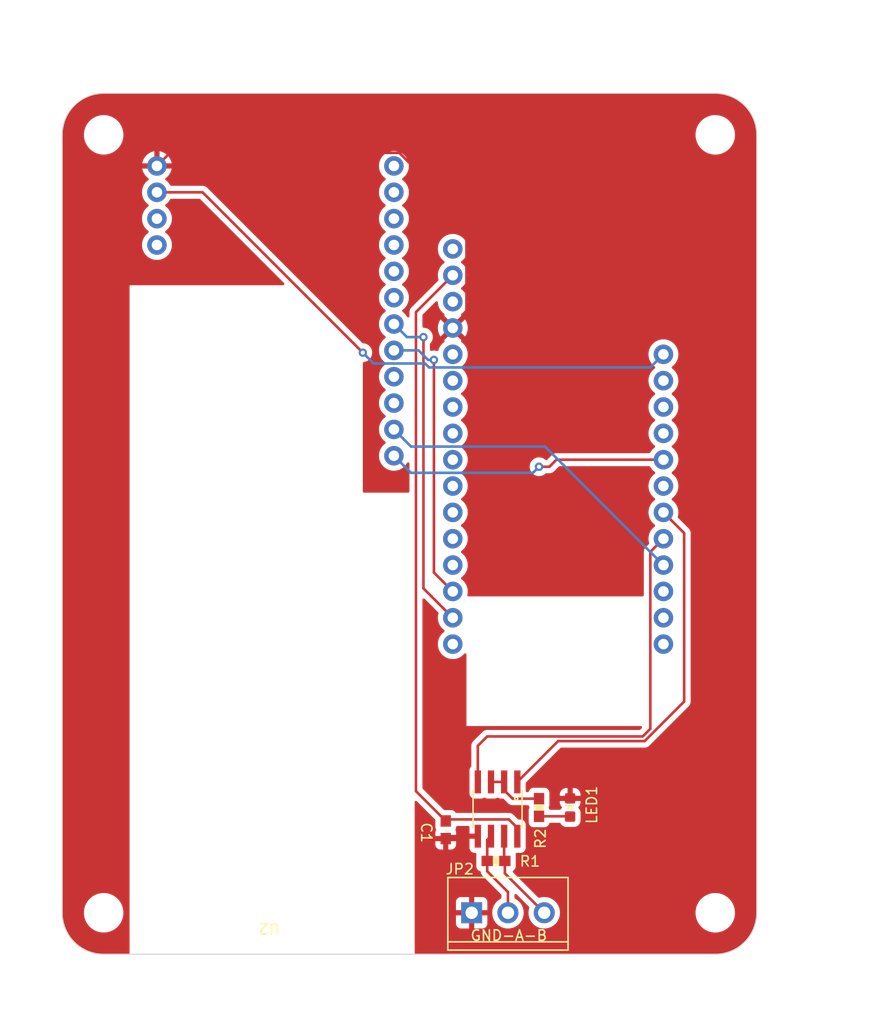
<source format=kicad_pcb>
(kicad_pcb (version 20240108) (generator "pcbnew") (generator_version "8.0")
  (layers (0 "F.Cu" signal) (31 "B.Cu" signal) (34 "B.Paste" user) (35 "F.Paste" user) (36 "B.SilkS" user "B.Silkscreen") (37 "F.SilkS" user "F.Silkscreen") (38 "B.Mask" user) (39 "F.Mask" user) (44 "Edge.Cuts" user))
  (net 0 "")
  (net 29 "GND")
  (net 30 "/B")
  (net 31 "/A")
  (net 32 "/RTS")
  (net 33 "/RX-I")
  (net 34 "/TX-O")
  (net 35 "Net-(LED1-PadA)")
  (net 37 "+3.3V")
  (net 38 "RX")
  (net 39 "VBATT")
  (net 40 "TX")
  (net 41 "RST_LTE")
  (net 42 "ON_LTE")
  (footprint "SparkFun-Hardware:Standoff" (layer "F.Cu") (at 199 148)
    (property "Reference" "H1")
    (property "Value" "MountingHole")
    (pad "" np_thru_hole circle (at 0 0) (size 3.302 3.302) (drill 3.302) (layers "F&B.Cu" "*.Mask"))
  )
  (footprint "SparkFun-Hardware:Standoff" (layer "F.Cu") (at 140 148)
    (property "Reference" "H2")
    (property "Value" "MountingHole")
    (pad "" np_thru_hole circle (at 0 0) (size 3.302 3.302) (drill 3.302) (layers "F&B.Cu" "*.Mask"))
  )
  (footprint "RS485_Breakout_v10:0603-RES" (layer "F.Cu") (at 182 137.85 90)
    (property "Reference" "R2" (at -4.075 0.725 90) (layer "F.SilkS") (effects (justify left bottom)))
    (property "Value" "330")
    (fp_poly (pts (xy -0.2286 0.381) (xy 0.2286 0.381) (xy 0.2286 -0.381) (xy -0.2286 -0.381)) (stroke (width 0.15)) (fill solid) (layer "F.SilkS"))
    (pad "1" smd rect (at -0.85 0 90) (size 1.1 1) (layers "F.Cu" "F.Paste" "F.Mask") (net 35 "Net-(LED1-PadA)"))
    (pad "2" smd rect (at 0.85 0 90) (size 1.1 1) (layers "F.Cu" "F.Paste" "F.Mask") (net 32 "/RTS"))
  )
  (footprint "SparkFun-Hardware:Standoff" (layer "F.Cu") (at 199 73)
    (property "Reference" "H3")
    (property "Value" "MountingHole")
    (pad "" np_thru_hole circle (at 0 0) (size 3.302 3.302) (drill 3.302) (layers "F&B.Cu" "*.Mask"))
  )
  (footprint "RS485_Breakout_v10:0603-RES" (layer "F.Cu") (at 177.85 143)
    (property "Reference" "R1" (at 2.2 0.625 0) (layer "F.SilkS") (effects (justify left bottom)))
    (property "Value" "220")
    (fp_poly (pts (xy -0.2286 0.381) (xy 0.2286 0.381) (xy 0.2286 -0.381) (xy -0.2286 -0.381)) (stroke (width 0.15)) (fill solid) (layer "F.SilkS"))
    (pad "1" smd rect (at -0.85 0) (size 1.1 1) (layers "F.Cu" "F.Paste" "F.Mask") (net 31 "/A"))
    (pad "2" smd rect (at 0.85 0) (size 1.1 1) (layers "F.Cu" "F.Paste" "F.Mask") (net 30 "/B"))
  )
  (footprint "SparkFun-Hardware:Standoff" (layer "F.Cu") (at 140 73)
    (property "Reference" "H4")
    (property "Value" "MountingHole")
    (pad "" np_thru_hole circle (at 0 0) (size 3.302 3.302) (drill 3.302) (layers "F&B.Cu" "*.Mask"))
  )
  (footprint "custom_footprints:SparkFun_LTE_Stick" (layer "F.Cu") (at 157.7711 158.4611 180)
    (property "Reference" "U2" (at 1.7711 8.9611 180) (layer "F.SilkS"))
    (property "Value" "SparlFun_LTE_Stick")
    (pad "1_1" thru_hole circle (at -10.2289 82.4611) (size 1.8796 1.8796) (drill 1.016) (layers "*.Cu" "*.Mask"))
    (pad "1_2" thru_hole circle (at -10.2289 79.9211) (size 1.8796 1.8796) (drill 1.016) (layers "*.Cu" "*.Mask"))
    (pad "1_3" thru_hole circle (at -10.2289 77.3811) (size 1.8796 1.8796) (drill 1.016) (layers "*.Cu" "*.Mask"))
    (pad "1_4" thru_hole circle (at -10.2289 74.8411) (size 1.8796 1.8796) (drill 1.016) (layers "*.Cu" "*.Mask"))
    (pad "1_5" thru_hole circle (at -10.2289 72.3011) (size 1.8796 1.8796) (drill 1.016) (layers "*.Cu" "*.Mask"))
    (pad "1_6" thru_hole circle (at -10.2289 69.7611) (size 1.8796 1.8796) (drill 1.016) (layers "*.Cu" "*.Mask"))
    (pad "1_7" thru_hole circle (at -10.2289 67.2211) (size 1.8796 1.8796) (drill 1.016) (layers "*.Cu" "*.Mask") (net 38 "RX"))
    (pad "1_8" thru_hole circle (at -10.2289 64.6811) (size 1.8796 1.8796) (drill 1.016) (layers "*.Cu" "*.Mask") (net 40 "TX"))
    (pad "1_9" thru_hole circle (at -10.2289 62.1411) (size 1.8796 1.8796) (drill 1.016) (layers "*.Cu" "*.Mask"))
    (pad "1_10" thru_hole circle (at -10.2289 59.6011) (size 1.8796 1.8796) (drill 1.016) (layers "*.Cu" "*.Mask"))
    (pad "1_11" thru_hole circle (at -10.2289 57.0611) (size 1.8796 1.8796) (drill 1.016) (layers "*.Cu" "*.Mask") (net 41 "RST_LTE"))
    (pad "1_12" thru_hole circle (at -10.2289 54.5211) (size 1.8796 1.8796) (drill 1.016) (layers "*.Cu" "*.Mask") (net 42 "ON_LTE"))
    (pad "2_1" thru_hole circle (at 12.6311 82.4611) (size 1.8796 1.8796) (drill 1.016) (layers "*.Cu" "*.Mask") (net 29 "GND"))
    (pad "2_2" thru_hole circle (at 12.6311 79.9211) (size 1.8796 1.8796) (drill 1.016) (layers "*.Cu" "*.Mask") (net 39 "VBATT"))
    (pad "2_3" thru_hole circle (at 12.6311 77.3811) (size 1.8796 1.8796) (drill 1.016) (layers "*.Cu" "*.Mask"))
    (pad "2_4" thru_hole circle (at 12.6311 74.8411) (size 1.8796 1.8796) (drill 1.016) (layers "*.Cu" "*.Mask"))
  )
  (footprint "RS485_Breakout_v10:0603-CAP" (layer "F.Cu") (at 173 140 -90)
    (property "Reference" "C1" (at -0.8 2.45 -90) (layer "F.SilkS") (effects (justify left bottom)))
    (property "Value" "0.1uF")
    (fp_line (start 0 -0.0305) (end 0 0.0305) (stroke (width 0.15)) (layer "F.SilkS"))
    (pad "1" smd rect (at -0.85 0 270) (size 1.1 1) (layers "F.Cu" "F.Paste" "F.Mask") (net 37 "+3.3V"))
    (pad "2" smd rect (at 0.85 0 270) (size 1.1 1) (layers "F.Cu" "F.Paste" "F.Mask") (net 29 "GND"))
  )
  (footprint "RS485_Breakout_v10:SCREWTERMINAL-3.5MM-3" (layer "F.Cu") (at 175.5 148)
    (property "Reference" "JP2" (at -2.6 -3.625 0) (layer "F.SilkS") (effects (justify left bottom)))
    (property "Value" "M03SCREW")
    (fp_line (start -2.3 -3.4) (end 9.3 -3.4) (stroke (width 0.15)) (layer "F.SilkS"))
    (fp_line (start -2.3 2.8) (end -2.3 -3.4) (stroke (width 0.15)) (layer "F.SilkS"))
    (fp_line (start -2.3 3.6) (end -2.3 2.8) (stroke (width 0.15)) (layer "F.SilkS"))
    (fp_line (start 9.3 -3.4) (end 9.3 2.8) (stroke (width 0.15)) (layer "F.SilkS"))
    (fp_line (start 9.3 2.8) (end -2.3 2.8) (stroke (width 0.15)) (layer "F.SilkS"))
    (fp_line (start 9.3 2.8) (end 9.3 3.6) (stroke (width 0.15)) (layer "F.SilkS"))
    (fp_line (start 9.3 3.6) (end -2.3 3.6) (stroke (width 0.15)) (layer "F.SilkS"))
    (pad "1" thru_hole rect (at 0 0) (size 2.032 2.032) (drill 1.2) (layers "*.Cu" "*.Mask") (net 29 "GND"))
    (pad "2" thru_hole circle (at 3.5 0) (size 2.032 2.032) (drill 1.2) (layers "*.Cu" "*.Mask") (net 31 "/A"))
    (pad "3" thru_hole circle (at 7 0) (size 2.032 2.032) (drill 1.2) (layers "*.Cu" "*.Mask") (net 30 "/B"))
  )
  (footprint "SparkFun-Board:ThingPlus_With_Connectors" (layer "F.Cu") (at 183.84 99.24 180)
    (property "Reference" "U1")
    (property "Value" "ThingPlus")
    (pad "1" thru_hole circle (at -10.16 -22.86 180) (size 1.8796 1.8796) (drill 1.016) (layers "*.Cu" "*.Mask"))
    (pad "2" thru_hole circle (at -10.16 -20.32 180) (size 1.8796 1.8796) (drill 1.016) (layers "*.Cu" "*.Mask"))
    (pad "3" thru_hole circle (at -10.16 -17.78 180) (size 1.8796 1.8796) (drill 1.016) (layers "*.Cu" "*.Mask"))
    (pad "4" thru_hole circle (at -10.16 -15.24 180) (size 1.8796 1.8796) (drill 1.016) (layers "*.Cu" "*.Mask") (net 41 "RST_LTE"))
    (pad "5" thru_hole circle (at -10.16 -12.7 180) (size 1.8796 1.8796) (drill 1.016) (layers "*.Cu" "*.Mask") (net 33 "/RX-I"))
    (pad "6" thru_hole circle (at -10.16 -10.16 180) (size 1.8796 1.8796) (drill 1.016) (layers "*.Cu" "*.Mask") (net 34 "/TX-O"))
    (pad "7" thru_hole circle (at -10.16 -7.62 180) (size 1.8796 1.8796) (drill 1.016) (layers "*.Cu" "*.Mask"))
    (pad "8" thru_hole circle (at -10.16 -5.08 180) (size 1.8796 1.8796) (drill 1.016) (layers "*.Cu" "*.Mask") (net 42 "ON_LTE"))
    (pad "9" thru_hole circle (at -10.16 -2.54 180) (size 1.8796 1.8796) (drill 1.016) (layers "*.Cu" "*.Mask"))
    (pad "10" thru_hole circle (at -10.16 0 180) (size 1.8796 1.8796) (drill 1.016) (layers "*.Cu" "*.Mask"))
    (pad "11" thru_hole circle (at -10.16 2.54 180) (size 1.8796 1.8796) (drill 1.016) (layers "*.Cu" "*.Mask"))
    (pad "12" thru_hole circle (at -10.16 5.08 180) (size 1.8796 1.8796) (drill 1.016) (layers "*.Cu" "*.Mask") (net 39 "VBATT"))
    (pad "13" thru_hole circle (at 10.16 -22.86 180) (size 1.8796 1.8796) (drill 1.016) (layers "*.Cu" "*.Mask"))
    (pad "14" thru_hole circle (at 10.16 -20.32 180) (size 1.8796 1.8796) (drill 1.016) (layers "*.Cu" "*.Mask") (net 38 "RX"))
    (pad "15" thru_hole circle (at 10.16 -17.78 180) (size 1.8796 1.8796) (drill 1.016) (layers "*.Cu" "*.Mask") (net 40 "TX"))
    (pad "16" thru_hole circle (at 10.16 -15.24 180) (size 1.8796 1.8796) (drill 1.016) (layers "*.Cu" "*.Mask"))
    (pad "17" thru_hole circle (at 10.16 -12.7 180) (size 1.8796 1.8796) (drill 1.016) (layers "*.Cu" "*.Mask"))
    (pad "18" thru_hole circle (at 10.16 -10.16 180) (size 1.8796 1.8796) (drill 1.016) (layers "*.Cu" "*.Mask"))
    (pad "19" thru_hole circle (at 10.16 -7.62 180) (size 1.8796 1.8796) (drill 1.016) (layers "*.Cu" "*.Mask"))
    (pad "20" thru_hole circle (at 10.16 -5.08 180) (size 1.8796 1.8796) (drill 1.016) (layers "*.Cu" "*.Mask"))
    (pad "21" thru_hole circle (at 10.16 -2.54 180) (size 1.8796 1.8796) (drill 1.016) (layers "*.Cu" "*.Mask"))
    (pad "22" thru_hole circle (at 10.16 0 180) (size 1.8796 1.8796) (drill 1.016) (layers "*.Cu" "*.Mask"))
    (pad "23" thru_hole circle (at 10.16 2.54 180) (size 1.8796 1.8796) (drill 1.016) (layers "*.Cu" "*.Mask"))
    (pad "24" thru_hole circle (at 10.16 5.08 180) (size 1.8796 1.8796) (drill 1.016) (layers "*.Cu" "*.Mask"))
    (pad "25" thru_hole circle (at 10.16 7.62 180) (size 1.8796 1.8796) (drill 1.016) (layers "*.Cu" "*.Mask") (net 29 "GND"))
    (pad "26" thru_hole circle (at 10.16 10.16 180) (size 1.8796 1.8796) (drill 1.016) (layers "*.Cu" "*.Mask"))
    (pad "27" thru_hole circle (at 10.16 12.7 180) (size 1.8796 1.8796) (drill 1.016) (layers "*.Cu" "*.Mask") (net 37 "+3.3V"))
    (pad "28" thru_hole circle (at 10.16 15.24 180) (size 1.8796 1.8796) (drill 1.016) (layers "*.Cu" "*.Mask"))
  )
  (footprint "RS485_Breakout_v10:SO08" (layer "F.Cu") (at 178 138 180)
    (property "Reference" "U3" (hide yes))
    (property "Value" "RS485SOIC")
    (fp_line (start 2.362 1.803) (end 2.362 -1.803) (stroke (width 0.15)) (layer "F.SilkS"))
    (fp_line (start -2.362 -1.803) (end -2.362 1.803) (stroke (width 0.15)) (layer "F.SilkS"))
    (fp_circle (center -1.8034 0.9906) (end -1.6598 0.9906) (stroke (width 0.15)) (fill none) (layer "F.SilkS"))
    (pad "1" smd rect (at -1.905 2.6162 180) (size 0.6096 2.2098) (layers "F.Cu" "F.Paste" "F.Mask") (net 34 "/TX-O"))
    (pad "2" smd rect (at -0.635 2.6162 180) (size 0.6096 2.2098) (layers "F.Cu" "F.Paste" "F.Mask") (net 32 "/RTS"))
    (pad "3" smd rect (at 0.635 2.6162 180) (size 0.6096 2.2098) (layers "F.Cu" "F.Paste" "F.Mask") (net 32 "/RTS"))
    (pad "4" smd rect (at 1.905 2.6162 180) (size 0.6096 2.2098) (layers "F.Cu" "F.Paste" "F.Mask") (net 33 "/RX-I"))
    (pad "5" smd rect (at 1.905 -2.6162 180) (size 0.6096 2.2098) (layers "F.Cu" "F.Paste" "F.Mask") (net 29 "GND"))
    (pad "6" smd rect (at 0.635 -2.6162 180) (size 0.6096 2.2098) (layers "F.Cu" "F.Paste" "F.Mask") (net 31 "/A"))
    (pad "7" smd rect (at -0.635 -2.6162 180) (size 0.6096 2.2098) (layers "F.Cu" "F.Paste" "F.Mask") (net 30 "/B"))
    (pad "8" smd rect (at -1.905 -2.6162 180) (size 0.6096 2.2098) (layers "F.Cu" "F.Paste" "F.Mask") (net 37 "+3.3V"))
  )
  (footprint "RS485_Breakout_v10:LED-0603" (layer "F.Cu") (at 185 137.85)
    (property "Reference" "LED1" (at 2.675 1.675 90) (layer "F.SilkS") (effects (justify left bottom)))
    (property "Value" "Green")
    (fp_line (start -0.46 -0.17) (end 0 -0.17) (stroke (width 0.15)) (layer "F.SilkS"))
    (fp_line (start -0.0254 -0.1546) (end -0.2184 0.14) (stroke (width 0.15)) (layer "F.SilkS"))
    (fp_line (start 0 -0.17) (end 0.2338 0.14) (stroke (width 0.15)) (layer "F.SilkS"))
    (fp_line (start 0.46 -0.17) (end 0 -0.17) (stroke (width 0.15)) (layer "F.SilkS"))
    (pad "A" smd roundrect (at 0 0.877) (size 1 1) (layers "F.Cu" "F.Paste" "F.Mask") (roundrect_rratio 0.15) (net 35 "Net-(LED1-PadA)"))
    (pad "C" smd roundrect (at 0 -0.877) (size 1 1) (layers "F.Cu" "F.Paste" "F.Mask") (roundrect_rratio 0.15) (net 29 "GND"))
  )
  (gr_arc (start 140 152) (mid 137.171573 150.828427) (end 136 148) (stroke (width 0.1)) (layer "Edge.Cuts"))
  (gr_line (start 140 69) (end 199 69) (stroke (width 0.1)) (layer "Edge.Cuts"))
  (gr_line (start 199 152) (end 140 152) (stroke (width 0.1)) (layer "Edge.Cuts"))
  (gr_arc (start 203 148) (mid 201.828427 150.828427) (end 199 152) (stroke (width 0.1)) (layer "Edge.Cuts"))
  (gr_line (start 136 148) (end 136 73) (stroke (width 0.1)) (layer "Edge.Cuts"))
  (gr_line (start 203 73) (end 203 148) (stroke (width 0.1)) (layer "Edge.Cuts"))
  (gr_arc (start 136 73) (mid 137.171573 70.171573) (end 140 69) (stroke (width 0.1)) (layer "Edge.Cuts"))
  (gr_arc (start 199 69) (mid 201.828427 70.171573) (end 203 73) (stroke (width 0.1)) (layer "Edge.Cuts"))
  (gr_text "GND-A-B" (at 175.3 150.775 0) (layer "F.SilkS") (effects (font (size 1 1)) (justify left bottom)))
  (segment (start 175 81.211302) (end 175 90.3) (width 0.25) (layer "F.Cu") (net 29))
  (segment (start 175 90.3) (end 173.68 91.62) (width 0.25) (layer "F.Cu") (net 29))
  (segment (start 168.523898 74.7352) (end 175 81.211302) (width 0.25) (layer "F.Cu") (net 29))
  (segment (start 146.4048 74.7352) (end 168.523898 74.7352) (width 0.25) (layer "F.Cu") (net 29))
  (segment (start 173.2338 140.6162) (end 173 140.85) (width 0.25) (layer "F.Cu") (net 29))
  (segment (start 176.095 140.6162) (end 173.2338 140.6162) (width 0.25) (layer "F.Cu") (net 29))
  (segment (start 145.14 76) (end 146.4048 74.7352) (width 0.25) (layer "F.Cu") (net 29))
  (segment (start 178.7 143) (end 178.7 144.2) (width 0.25) (layer "F.Cu") (net 30))
  (segment (start 178.635 142.935) (end 178.7 143) (width 0.25) (layer "F.Cu") (net 30))
  (segment (start 178.7 144.2) (end 182.5 148) (width 0.25) (layer "F.Cu") (net 30))
  (segment (start 178.635 140.6162) (end 178.635 142.935) (width 0.25) (layer "F.Cu") (net 30))
  (segment (start 179 146) (end 179 148) (width 0.25) (layer "F.Cu") (net 31))
  (segment (start 177.365 140.6162) (end 177 140.9812) (width 0.25) (layer "F.Cu") (net 31))
  (segment (start 177 140.9812) (end 177 143) (width 0.25) (layer "F.Cu") (net 31))
  (segment (start 177 144) (end 179 146) (width 0.25) (layer "F.Cu") (net 31))
  (segment (start 177 143) (end 177 144) (width 0.25) (layer "F.Cu") (net 31))
  (segment (start 178.635 136.1839) (end 179.4511 137) (width 0.25) (layer "F.Cu") (net 32))
  (segment (start 177.365 135.3838) (end 178.635 135.3838) (width 0.25) (layer "F.Cu") (net 32))
  (segment (start 179.4511 137) (end 182 137) (width 0.25) (layer "F.Cu") (net 32))
  (segment (start 178.635 135.3838) (end 178.635 136.1839) (width 0.25) (layer "F.Cu") (net 32))
  (segment (start 177 131) (end 192 131) (width 0.25) (layer "F.Cu") (net 33))
  (segment (start 176.095 135.3838) (end 176.095 131.905) (width 0.25) (layer "F.Cu") (net 33))
  (segment (start 192.7352 130.2648) (end 192.7352 113.2048) (width 0.25) (layer "F.Cu") (net 33))
  (segment (start 176.095 131.905) (end 177 131) (width 0.25) (layer "F.Cu") (net 33))
  (segment (start 192 131) (end 192.7352 130.2648) (width 0.25) (layer "F.Cu") (net 33))
  (segment (start 192.7352 113.2048) (end 194 111.94) (width 0.25) (layer "F.Cu") (net 33))
  (segment (start 192.186396 131.45) (end 196 127.636396) (width 0.25) (layer "F.Cu") (net 34))
  (segment (start 196 127.636396) (end 196 111.4) (width 0.25) (layer "F.Cu") (net 34))
  (segment (start 183.8388 131.45) (end 192.186396 131.45) (width 0.25) (layer "F.Cu") (net 34))
  (segment (start 196 111.4) (end 194 109.4) (width 0.25) (layer "F.Cu") (net 34))
  (segment (start 179.905 135.3838) (end 183.8388 131.45) (width 0.25) (layer "F.Cu") (net 34))
  (segment (start 184.973 138.7) (end 185 138.727) (width 0.25) (layer "F.Cu") (net 35))
  (segment (start 182 138.7) (end 184.973 138.7) (width 0.25) (layer "F.Cu") (net 35))
  (segment (start 170.125 90.095) (end 173.68 86.54) (width 0.25) (layer "F.Cu") (net 37))
  (segment (start 173.15 139) (end 173 139.15) (width 0.25) (layer "F.Cu") (net 37))
  (segment (start 179.0889 139) (end 173.15 139) (width 0.25) (layer "F.Cu") (net 37))
  (segment (start 170.125 136.275) (end 170.125 90.095) (width 0.25) (layer "F.Cu") (net 37))
  (segment (start 179.905 140.6162) (end 179.905 139.8161) (width 0.25) (layer "F.Cu") (net 37))
  (segment (start 173 139.15) (end 170.125 136.275) (width 0.25) (layer "F.Cu") (net 37))
  (segment (start 179.905 139.8161) (end 179.0889 139) (width 0.25) (layer "F.Cu") (net 37))
  (segment (start 173.68 119.56) (end 170.85 116.73) (width 0.25) (layer "F.Cu") (net 38))
  (segment (start 170.85 116.73) (end 170.85 92.5) (width 0.25) (layer "F.Cu") (net 38))
  (via (at 170.85 92.5) (size 0.8) (drill 0.4) (layers "F.Cu" "B.Cu") (net 38))
  (segment (start 170.85 92.5) (end 169.26 92.5) (width 0.25) (layer "B.Cu") (net 38))
  (segment (start 169.26 92.5) (end 168 91.24) (width 0.25) (layer "B.Cu") (net 38))
  (segment (start 149.54 78.54) (end 165 94) (width 0.25) (layer "F.Cu") (net 39))
  (segment (start 145.14 78.54) (end 149.54 78.54) (width 0.25) (layer "F.Cu") (net 39))
  (via (at 165 94) (size 0.8) (drill 0.4) (layers "F.Cu" "B.Cu") (net 39))
  (segment (start 166.0448 95.0448) (end 171.006502 95.0448) (width 0.25) (layer "B.Cu") (net 39))
  (segment (start 171.006502 95.0448) (end 171.386502 95.4248) (width 0.25) (layer "B.Cu") (net 39))
  (segment (start 192.7352 95.4248) (end 194 94.16) (width 0.25) (layer "B.Cu") (net 39))
  (segment (start 165 94) (end 166.0448 95.0448) (width 0.25) (layer "B.Cu") (net 39))
  (segment (start 171.386502 95.4248) (end 192.7352 95.4248) (width 0.25) (layer "B.Cu") (net 39))
  (segment (start 173.68 117.02) (end 171.858393 115.198393) (width 0.25) (layer "F.Cu") (net 40))
  (segment (start 171.858393 115.198393) (end 171.858393 94.6998) (width 0.25) (layer "F.Cu") (net 40))
  (via (at 171.858393 94.6998) (size 0.8) (drill 0.4) (layers "F.Cu" "B.Cu") (net 40))
  (segment (start 170.378098 93.78) (end 168 93.78) (width 0.25) (layer "B.Cu") (net 40))
  (segment (start 171.858393 94.6998) (end 171.297898 94.6998) (width 0.25) (layer "B.Cu") (net 40))
  (segment (start 171.297898 94.6998) (end 170.378098 93.78) (width 0.25) (layer "B.Cu") (net 40))
  (segment (start 169.6552 103.0552) (end 168 101.4) (width 0.25) (layer "B.Cu") (net 41))
  (segment (start 182.5752 103.0552) (end 169.6552 103.0552) (width 0.25) (layer "B.Cu") (net 41))
  (segment (start 194 114.48) (end 182.5752 103.0552) (width 0.25) (layer "B.Cu") (net 41))
  (segment (start 182 105) (end 183 105) (width 0.25) (layer "F.Cu") (net 42))
  (segment (start 183.68 104.32) (end 194 104.32) (width 0.25) (layer "F.Cu") (net 42))
  (segment (start 183 105) (end 183.68 104.32) (width 0.25) (layer "F.Cu") (net 42))
  (via (at 182 105) (size 0.8) (drill 0.4) (layers "F.Cu" "B.Cu") (net 42))
  (segment (start 181.4152 105.5848) (end 182 105) (width 0.25) (layer "B.Cu") (net 42))
  (segment (start 169.6448 105.5848) (end 181.4152 105.5848) (width 0.25) (layer "B.Cu") (net 42))
  (segment (start 168 103.94) (end 169.6448 105.5848) (width 0.25) (layer "B.Cu") (net 42))
  (zone (net 29) (net_name "GND") (layer "F.Cu") (connect_pads (clearance 0.5)) (min_thickness 0.25) (fill yes (thermal_gap 0.5) (thermal_bridge_width 0.5))
    (polygon (pts (xy 215 60) (xy 130 60) (xy 130 155) (xy 215 155)))
  )
  (zone (net 0) (net_name "") (layers "F&B.Cu" "*.Mask") (connect_pads (clearance 0)) (min_thickness 0.25)
    (keepout (tracks not_allowed) (vias not_allowed) (pads not_allowed) (copperpour not_allowed) (footprints allowed))
    (fill (thermal_gap 0.5) (thermal_bridge_width 0.5))
    (polygon (pts (xy 175 130) (xy 175 117.5) (xy 192.5 117.5) (xy 192.5 130)))
  )
  (zone (net 0) (net_name "") (layers "F&B.Cu" "*.Mask") (connect_pads (clearance 0)) (min_thickness 0.25)
    (keepout (tracks not_allowed) (vias not_allowed) (pads not_allowed) (copperpour not_allowed) (footprints allowed))
    (fill (thermal_gap 0.5) (thermal_bridge_width 0.5))
    (polygon (pts (xy 170 152.5) (xy 142.5 152.5) (xy 142.5 87.5) (xy 157.5 87.5) (xy 165 95) (xy 165 107.5) (xy 170 107.5)))
  )
)
</source>
